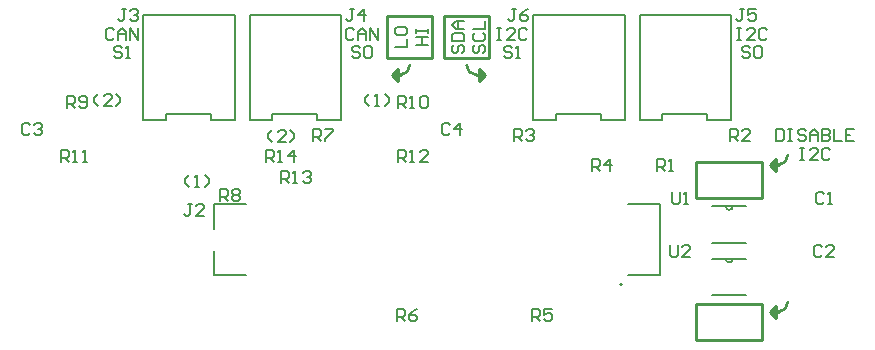
<source format=gto>
G04*
G04 #@! TF.GenerationSoftware,Altium Limited,Altium Designer,24.2.2 (26)*
G04*
G04 Layer_Color=65535*
%FSLAX44Y44*%
%MOMM*%
G71*
G04*
G04 #@! TF.SameCoordinates,AE1E6ACB-0CC1-432D-8EAE-CAE1C6468999*
G04*
G04*
G04 #@! TF.FilePolarity,Positive*
G04*
G01*
G75*
%ADD10C,0.2540*%
%ADD11C,0.1524*%
%ADD12C,0.2000*%
%ADD13C,0.1270*%
G36*
X-38100Y114300D02*
X-33020Y119380D01*
Y109220D01*
X-38100Y114300D01*
D02*
G37*
G36*
X40640D02*
X35560Y119380D01*
Y109220D01*
X40640Y114300D01*
D02*
G37*
G36*
X281940Y-86360D02*
X287020Y-81280D01*
Y-91440D01*
X281940Y-86360D01*
D02*
G37*
G36*
Y38100D02*
X287020Y43180D01*
Y33020D01*
X281940Y38100D01*
D02*
G37*
D10*
X25400Y121920D02*
G03*
X33020Y114300I7620J0D01*
G01*
X-30480D02*
G03*
X-22860Y121920I0J7620D01*
G01*
X289560Y-86360D02*
G03*
X297180Y-78740I0J7620D01*
G01*
X289560Y38100D02*
G03*
X297180Y45720I0J7620D01*
G01*
X-41737Y128306D02*
X-3637D01*
X-41737Y163866D02*
X-3637D01*
Y128306D02*
Y163866D01*
X-41737Y128306D02*
Y163866D01*
X6523Y128306D02*
X44623D01*
X6523Y163866D02*
X44623D01*
Y128306D02*
Y163866D01*
X6523Y128306D02*
Y163866D01*
X35560Y109220D02*
X40640Y114300D01*
X33020D02*
X35560D01*
Y119380D02*
X40640Y114300D01*
X35560Y109220D02*
Y119380D01*
X-38100Y114300D02*
X-33020Y109220D01*
Y114300D02*
X-30480D01*
X-38100D02*
X-33020Y119380D01*
Y109220D02*
Y119380D01*
X287020Y-91440D02*
Y-81280D01*
X281940Y-86360D02*
X287020Y-81280D01*
Y-86360D02*
X289560D01*
X281940D02*
X287020Y-91440D01*
Y33020D02*
Y43180D01*
X281940Y38100D02*
X287020Y43180D01*
Y38100D02*
X289560D01*
X281940D02*
X287020Y33020D01*
X219710Y40640D02*
X257810D01*
X219710Y10160D02*
Y40640D01*
Y10160D02*
X275590D01*
Y40640D01*
X257810D02*
X275590D01*
X257810Y-80010D02*
X275590D01*
Y-110490D02*
Y-80010D01*
X219710Y-110490D02*
X275590D01*
X219710D02*
Y-80010D01*
X257810D01*
D11*
X244602Y2794D02*
G03*
X250698Y2794I3048J0D01*
G01*
X244602Y-41656D02*
G03*
X250698Y-41656I3048J0D01*
G01*
X233426Y2794D02*
X244602D01*
X250698D01*
X261874D01*
X233426Y-28194D02*
X261874D01*
X233426Y-41656D02*
X244602D01*
X250698D01*
X261874D01*
X233426Y-72644D02*
X261874D01*
X287031Y68166D02*
Y58010D01*
X292109D01*
X293802Y59702D01*
Y66474D01*
X292109Y68166D01*
X287031D01*
X297187D02*
X300573D01*
X298880D01*
Y58010D01*
X297187D01*
X300573D01*
X312423Y66474D02*
X310730Y68166D01*
X307344D01*
X305651Y66474D01*
Y64781D01*
X307344Y63088D01*
X310730D01*
X312423Y61395D01*
Y59702D01*
X310730Y58010D01*
X307344D01*
X305651Y59702D01*
X315808Y58010D02*
Y64781D01*
X319194Y68166D01*
X322579Y64781D01*
Y58010D01*
Y63088D01*
X315808D01*
X325965Y68166D02*
Y58010D01*
X331043D01*
X332736Y59702D01*
Y61395D01*
X331043Y63088D01*
X325965D01*
X331043D01*
X332736Y64781D01*
Y66474D01*
X331043Y68166D01*
X325965D01*
X336121D02*
Y58010D01*
X342893D01*
X353049Y68166D02*
X346278D01*
Y58010D01*
X353049D01*
X346278Y63088D02*
X349664D01*
X307344Y52321D02*
X310730D01*
X309037D01*
Y42164D01*
X307344D01*
X310730D01*
X322579D02*
X315808D01*
X322579Y48935D01*
Y50628D01*
X320886Y52321D01*
X317501D01*
X315808Y50628D01*
X332736D02*
X331043Y52321D01*
X327658D01*
X325965Y50628D01*
Y43857D01*
X327658Y42164D01*
X331043D01*
X332736Y43857D01*
X-287017Y87884D02*
X-290403Y91270D01*
Y94655D01*
X-287017Y98041D01*
X-275168Y87884D02*
X-281939D01*
X-275168Y94655D01*
Y96348D01*
X-276861Y98041D01*
X-280246D01*
X-281939Y96348D01*
X-271782Y87884D02*
X-268397Y91270D01*
Y94655D01*
X-271782Y98041D01*
X-139698Y57404D02*
X-143083Y60790D01*
Y64175D01*
X-139698Y67561D01*
X-127848Y57404D02*
X-134619D01*
X-127848Y64175D01*
Y65868D01*
X-129541Y67561D01*
X-132926D01*
X-134619Y65868D01*
X-124462Y57404D02*
X-121077Y60790D01*
Y64175D01*
X-124462Y67561D01*
X-57571Y87884D02*
X-60957Y91270D01*
Y94655D01*
X-57571Y98041D01*
X-52493Y87884D02*
X-49107D01*
X-50800D01*
Y98041D01*
X-52493Y96348D01*
X-44029Y87884D02*
X-40643Y91270D01*
Y94655D01*
X-44029Y98041D01*
X-209971Y19304D02*
X-213357Y22690D01*
Y26075D01*
X-209971Y29461D01*
X-204893Y19304D02*
X-201507D01*
X-203200D01*
Y29461D01*
X-204893Y27768D01*
X-196429Y19304D02*
X-193043Y22690D01*
Y26075D01*
X-196429Y29461D01*
X-17858Y139315D02*
X-7701D01*
X-12779D01*
Y146086D01*
X-17858D01*
X-7701D01*
X-17858Y149472D02*
Y152857D01*
Y151165D01*
X-7701D01*
Y149472D01*
Y152857D01*
X-35638Y137622D02*
X-25481D01*
Y144393D01*
X-35638Y152857D02*
Y149472D01*
X-33945Y147779D01*
X-27174D01*
X-25481Y149472D01*
Y152857D01*
X-27174Y154550D01*
X-33945D01*
X-35638Y152857D01*
X32095Y139315D02*
X30403Y137622D01*
Y134237D01*
X32095Y132544D01*
X33788D01*
X35481Y134237D01*
Y137622D01*
X37174Y139315D01*
X38866D01*
X40559Y137622D01*
Y134237D01*
X38866Y132544D01*
X32095Y149472D02*
X30403Y147779D01*
Y144393D01*
X32095Y142701D01*
X38866D01*
X40559Y144393D01*
Y147779D01*
X38866Y149472D01*
X30403Y152857D02*
X40559D01*
Y159628D01*
X14315Y139315D02*
X12622Y137622D01*
Y134237D01*
X14315Y132544D01*
X16008D01*
X17701Y134237D01*
Y137622D01*
X19394Y139315D01*
X21086D01*
X22779Y137622D01*
Y134237D01*
X21086Y132544D01*
X12622Y142701D02*
X22779D01*
Y147779D01*
X21086Y149472D01*
X14315D01*
X12622Y147779D01*
Y142701D01*
X22779Y152857D02*
X16008D01*
X12622Y156243D01*
X16008Y159628D01*
X22779D01*
X17701D01*
Y152857D01*
X-273471Y152228D02*
X-275164Y153921D01*
X-278549D01*
X-280242Y152228D01*
Y145457D01*
X-278549Y143764D01*
X-275164D01*
X-273471Y145457D01*
X-270086Y143764D02*
Y150535D01*
X-266700Y153921D01*
X-263314Y150535D01*
Y143764D01*
Y148842D01*
X-270086D01*
X-259929Y143764D02*
Y153921D01*
X-253158Y143764D01*
Y153921D01*
X-70271Y152228D02*
X-71964Y153921D01*
X-75349D01*
X-77042Y152228D01*
Y145457D01*
X-75349Y143764D01*
X-71964D01*
X-70271Y145457D01*
X-66886Y143764D02*
Y150535D01*
X-63500Y153921D01*
X-60114Y150535D01*
Y143764D01*
Y148842D01*
X-66886D01*
X-56729Y143764D02*
Y153921D01*
X-49958Y143764D01*
Y153921D01*
X50804D02*
X54190D01*
X52497D01*
Y143764D01*
X50804D01*
X54190D01*
X66039D02*
X59268D01*
X66039Y150535D01*
Y152228D01*
X64346Y153921D01*
X60961D01*
X59268Y152228D01*
X76196D02*
X74503Y153921D01*
X71118D01*
X69425Y152228D01*
Y145457D01*
X71118Y143764D01*
X74503D01*
X76196Y145457D01*
X254004Y153921D02*
X257390D01*
X255697D01*
Y143764D01*
X254004D01*
X257390D01*
X269239D02*
X262468D01*
X269239Y150535D01*
Y152228D01*
X267546Y153921D01*
X264161D01*
X262468Y152228D01*
X279396D02*
X277703Y153921D01*
X274318D01*
X272625Y152228D01*
Y145457D01*
X274318Y143764D01*
X277703D01*
X279396Y145457D01*
X-266700Y136988D02*
X-268393Y138681D01*
X-271778D01*
X-273471Y136988D01*
Y135295D01*
X-271778Y133602D01*
X-268393D01*
X-266700Y131910D01*
Y130217D01*
X-268393Y128524D01*
X-271778D01*
X-273471Y130217D01*
X-263314Y128524D02*
X-259929D01*
X-261622D01*
Y138681D01*
X-263314Y136988D01*
X-65193D02*
X-66886Y138681D01*
X-70271D01*
X-71964Y136988D01*
Y135295D01*
X-70271Y133602D01*
X-66886D01*
X-65193Y131910D01*
Y130217D01*
X-66886Y128524D01*
X-70271D01*
X-71964Y130217D01*
X-61807Y136988D02*
X-60114Y138681D01*
X-56729D01*
X-55036Y136988D01*
Y130217D01*
X-56729Y128524D01*
X-60114D01*
X-61807Y130217D01*
Y136988D01*
X265007D02*
X263314Y138681D01*
X259929D01*
X258236Y136988D01*
Y135295D01*
X259929Y133602D01*
X263314D01*
X265007Y131910D01*
Y130217D01*
X263314Y128524D01*
X259929D01*
X258236Y130217D01*
X268393Y136988D02*
X270086Y138681D01*
X273471D01*
X275164Y136988D01*
Y130217D01*
X273471Y128524D01*
X270086D01*
X268393Y130217D01*
Y136988D01*
X63500D02*
X61807Y138681D01*
X58422D01*
X56729Y136988D01*
Y135295D01*
X58422Y133602D01*
X61807D01*
X63500Y131910D01*
Y130217D01*
X61807Y128524D01*
X58422D01*
X56729Y130217D01*
X66886Y128524D02*
X70271D01*
X68578D01*
Y138681D01*
X66886Y136988D01*
X-144776Y40642D02*
Y50798D01*
X-139698D01*
X-138005Y49106D01*
Y45720D01*
X-139698Y44027D01*
X-144776D01*
X-141390D02*
X-138005Y40642D01*
X-134619D02*
X-131234D01*
X-132926D01*
Y50798D01*
X-134619Y49106D01*
X-121077Y40642D02*
Y50798D01*
X-126155Y45720D01*
X-119384D01*
X-132076Y22862D02*
Y33018D01*
X-126997D01*
X-125305Y31326D01*
Y27940D01*
X-126997Y26247D01*
X-132076D01*
X-128690D02*
X-125305Y22862D01*
X-121919D02*
X-118534D01*
X-120226D01*
Y33018D01*
X-121919Y31326D01*
X-113455D02*
X-111762Y33018D01*
X-108377D01*
X-106684Y31326D01*
Y29633D01*
X-108377Y27940D01*
X-110070D01*
X-108377D01*
X-106684Y26247D01*
Y24554D01*
X-108377Y22862D01*
X-111762D01*
X-113455Y24554D01*
X-33016Y40642D02*
Y50798D01*
X-27938D01*
X-26245Y49106D01*
Y45720D01*
X-27938Y44027D01*
X-33016D01*
X-29630D02*
X-26245Y40642D01*
X-22859D02*
X-19474D01*
X-21166D01*
Y50798D01*
X-22859Y49106D01*
X-7624Y40642D02*
X-14395D01*
X-7624Y47413D01*
Y49106D01*
X-9317Y50798D01*
X-12702D01*
X-14395Y49106D01*
X-33016Y86362D02*
Y96518D01*
X-27938D01*
X-26245Y94826D01*
Y91440D01*
X-27938Y89747D01*
X-33016D01*
X-29630D02*
X-26245Y86362D01*
X-22859D02*
X-19474D01*
X-21166D01*
Y96518D01*
X-22859Y94826D01*
X-14395D02*
X-12702Y96518D01*
X-9317D01*
X-7624Y94826D01*
Y88054D01*
X-9317Y86362D01*
X-12702D01*
X-14395Y88054D01*
Y94826D01*
X-183724Y7622D02*
Y17778D01*
X-178646D01*
X-176953Y16086D01*
Y12700D01*
X-178646Y11007D01*
X-183724D01*
X-180338D02*
X-176953Y7622D01*
X-173567Y16086D02*
X-171874Y17778D01*
X-168489D01*
X-166796Y16086D01*
Y14393D01*
X-168489Y12700D01*
X-166796Y11007D01*
Y9314D01*
X-168489Y7622D01*
X-171874D01*
X-173567Y9314D01*
Y11007D01*
X-171874Y12700D01*
X-173567Y14393D01*
Y16086D01*
X-171874Y12700D02*
X-168489D01*
X-104984Y58422D02*
Y68578D01*
X-99906D01*
X-98213Y66886D01*
Y63500D01*
X-99906Y61807D01*
X-104984D01*
X-101598D02*
X-98213Y58422D01*
X-94827Y68578D02*
X-88056D01*
Y66886D01*
X-94827Y60114D01*
Y58422D01*
X11007Y71966D02*
X9314Y73658D01*
X5929D01*
X4236Y71966D01*
Y65194D01*
X5929Y63502D01*
X9314D01*
X11007Y65194D01*
X19471Y63502D02*
Y73658D01*
X14393Y68580D01*
X21164D01*
X197276Y-29720D02*
Y-38184D01*
X198969Y-39876D01*
X202354D01*
X204047Y-38184D01*
Y-29720D01*
X214204Y-39876D02*
X207433D01*
X214204Y-33105D01*
Y-31412D01*
X212511Y-29720D01*
X209126D01*
X207433Y-31412D01*
X198969Y14730D02*
Y6266D01*
X200662Y4574D01*
X204047D01*
X205740Y6266D01*
Y14730D01*
X209126Y4574D02*
X212511D01*
X210818D01*
Y14730D01*
X209126Y13038D01*
X131236Y33022D02*
Y43178D01*
X136314D01*
X138007Y41486D01*
Y38100D01*
X136314Y36407D01*
X131236D01*
X134622D02*
X138007Y33022D01*
X146471D02*
Y43178D01*
X141393Y38100D01*
X148164D01*
X65196Y58422D02*
Y68578D01*
X70274D01*
X71967Y66886D01*
Y63500D01*
X70274Y61807D01*
X65196D01*
X68582D02*
X71967Y58422D01*
X75353Y66886D02*
X77046Y68578D01*
X80431D01*
X82124Y66886D01*
Y65193D01*
X80431Y63500D01*
X78738D01*
X80431D01*
X82124Y61807D01*
Y60114D01*
X80431Y58422D01*
X77046D01*
X75353Y60114D01*
X248076Y58422D02*
Y68578D01*
X253154D01*
X254847Y66886D01*
Y63500D01*
X253154Y61807D01*
X248076D01*
X251462D02*
X254847Y58422D01*
X265004D02*
X258233D01*
X265004Y65193D01*
Y66886D01*
X263311Y68578D01*
X259926D01*
X258233Y66886D01*
X186269Y33022D02*
Y43178D01*
X191347D01*
X193040Y41486D01*
Y38100D01*
X191347Y36407D01*
X186269D01*
X189654D02*
X193040Y33022D01*
X196426D02*
X199811D01*
X198118D01*
Y43178D01*
X196426Y41486D01*
X66887Y170178D02*
X63502D01*
X65194D01*
Y161714D01*
X63502Y160022D01*
X61809D01*
X60116Y161714D01*
X77044Y170178D02*
X73658Y168486D01*
X70273Y165100D01*
Y161714D01*
X71966Y160022D01*
X75351D01*
X77044Y161714D01*
Y163407D01*
X75351Y165100D01*
X70273D01*
X259927Y170178D02*
X256542D01*
X258234D01*
Y161714D01*
X256542Y160022D01*
X254849D01*
X253156Y161714D01*
X270084Y170178D02*
X263313D01*
Y165100D01*
X266698Y166793D01*
X268391D01*
X270084Y165100D01*
Y161714D01*
X268391Y160022D01*
X265006D01*
X263313Y161714D01*
X325967Y-31412D02*
X324274Y-29720D01*
X320889D01*
X319196Y-31412D01*
Y-38184D01*
X320889Y-39876D01*
X324274D01*
X325967Y-38184D01*
X336124Y-39876D02*
X329353D01*
X336124Y-33105D01*
Y-31412D01*
X334431Y-29720D01*
X331046D01*
X329353Y-31412D01*
X327660Y13038D02*
X325967Y14730D01*
X322582D01*
X320889Y13038D01*
Y6266D01*
X322582Y4574D01*
X325967D01*
X327660Y6266D01*
X331046Y4574D02*
X334431D01*
X332738D01*
Y14730D01*
X331046Y13038D01*
X-33864Y-93978D02*
Y-83822D01*
X-28786D01*
X-27093Y-85514D01*
Y-88900D01*
X-28786Y-90593D01*
X-33864D01*
X-30478D02*
X-27093Y-93978D01*
X-16936Y-83822D02*
X-20322Y-85514D01*
X-23707Y-88900D01*
Y-92286D01*
X-22014Y-93978D01*
X-18629D01*
X-16936Y-92286D01*
Y-90593D01*
X-18629Y-88900D01*
X-23707D01*
X80436Y-93978D02*
Y-83822D01*
X85514D01*
X87207Y-85514D01*
Y-88900D01*
X85514Y-90593D01*
X80436D01*
X83822D02*
X87207Y-93978D01*
X97364Y-83822D02*
X90593D01*
Y-88900D01*
X93978Y-87207D01*
X95671D01*
X97364Y-88900D01*
Y-92286D01*
X95671Y-93978D01*
X92286D01*
X90593Y-92286D01*
X-318343Y40642D02*
Y50798D01*
X-313265D01*
X-311572Y49106D01*
Y45720D01*
X-313265Y44027D01*
X-318343D01*
X-314958D02*
X-311572Y40642D01*
X-308186D02*
X-304801D01*
X-306494D01*
Y50798D01*
X-308186Y49106D01*
X-299722Y40642D02*
X-296337D01*
X-298030D01*
Y50798D01*
X-299722Y49106D01*
X-313264Y86362D02*
Y96518D01*
X-308186D01*
X-306493Y94826D01*
Y91440D01*
X-308186Y89747D01*
X-313264D01*
X-309878D02*
X-306493Y86362D01*
X-303107Y88054D02*
X-301414Y86362D01*
X-298029D01*
X-296336Y88054D01*
Y94826D01*
X-298029Y96518D01*
X-301414D01*
X-303107Y94826D01*
Y93133D01*
X-301414Y91440D01*
X-296336D01*
X-70273Y170178D02*
X-73658D01*
X-71966D01*
Y161714D01*
X-73658Y160022D01*
X-75351D01*
X-77044Y161714D01*
X-61809Y160022D02*
Y170178D01*
X-66887Y165100D01*
X-60116D01*
X-263313Y170178D02*
X-266698D01*
X-265006D01*
Y161714D01*
X-266698Y160022D01*
X-268391D01*
X-270084Y161714D01*
X-259927Y168486D02*
X-258234Y170178D01*
X-254849D01*
X-253156Y168486D01*
Y166793D01*
X-254849Y165100D01*
X-256542D01*
X-254849D01*
X-253156Y163407D01*
Y161714D01*
X-254849Y160022D01*
X-258234D01*
X-259927Y161714D01*
X-207433Y5078D02*
X-210818D01*
X-209126D01*
Y-3386D01*
X-210818Y-5078D01*
X-212511D01*
X-214204Y-3386D01*
X-197276Y-5078D02*
X-204047D01*
X-197276Y1693D01*
Y3386D01*
X-198969Y5078D01*
X-202354D01*
X-204047Y3386D01*
X-344593Y71966D02*
X-346286Y73658D01*
X-349671D01*
X-351364Y71966D01*
Y65194D01*
X-349671Y63502D01*
X-346286D01*
X-344593Y65194D01*
X-341207Y71966D02*
X-339514Y73658D01*
X-336129D01*
X-334436Y71966D01*
Y70273D01*
X-336129Y68580D01*
X-337822D01*
X-336129D01*
X-334436Y66887D01*
Y65194D01*
X-336129Y63502D01*
X-339514D01*
X-341207Y65194D01*
D12*
X157000Y-63400D02*
G03*
X157000Y-63400I-1000J0D01*
G01*
D13*
X249235Y95040D02*
Y165100D01*
Y76200D02*
Y95040D01*
X171765Y95990D02*
Y165100D01*
X249235D01*
X228915Y76200D02*
X249235D01*
X228915D02*
Y80750D01*
X215775D02*
X228915D01*
X204275D02*
X215775D01*
X190815D02*
X204275D01*
X190815Y76200D02*
Y80750D01*
X171765Y76200D02*
X190815D01*
X171765D02*
Y95990D01*
X81915Y76200D02*
Y95990D01*
Y76200D02*
X100965D01*
Y80750D01*
X114425D01*
X125925D01*
X139065D01*
Y76200D02*
Y80750D01*
Y76200D02*
X159385D01*
X81915Y165100D02*
X159385D01*
X81915Y95990D02*
Y165100D01*
X159385Y76200D02*
Y95040D01*
Y165100D01*
X-158435Y76200D02*
Y95990D01*
Y76200D02*
X-139385D01*
Y80750D01*
X-125925D01*
X-114425D01*
X-101285D01*
Y76200D02*
Y80750D01*
Y76200D02*
X-80965D01*
X-158435Y165100D02*
X-80965D01*
X-158435Y95990D02*
Y165100D01*
X-80965Y76200D02*
Y95040D01*
Y165100D01*
X-170815Y95040D02*
Y165100D01*
Y76200D02*
Y95040D01*
X-248285Y95990D02*
Y165100D01*
X-170815D01*
X-191135Y76200D02*
X-170815D01*
X-191135D02*
Y80750D01*
X-204275D02*
X-191135D01*
X-215775D02*
X-204275D01*
X-229235D02*
X-215775D01*
X-229235Y76200D02*
Y80750D01*
X-248285Y76200D02*
X-229235D01*
X-248285D02*
Y95990D01*
X-189000Y-55400D02*
Y-34750D01*
Y-16050D02*
Y4600D01*
X-161700D01*
X189000Y-55400D02*
Y4600D01*
X161700D02*
X189000D01*
X-189000Y-55400D02*
X-161700D01*
X161700D02*
X189000D01*
M02*

</source>
